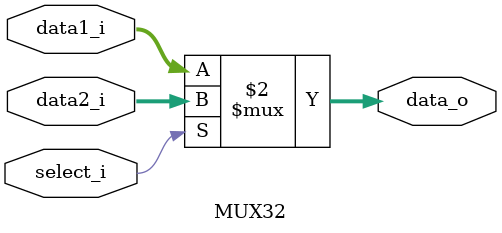
<source format=v>
module MUX32
(
    data1_i,
    data2_i,
    select_i,
    data_o
);

output [31:0] data_o;
input [31:0] data1_i;
input [31:0] data2_i;
input select_i;

assign data_o = (select_i == 0) ? data1_i: data2_i;


endmodule
</source>
